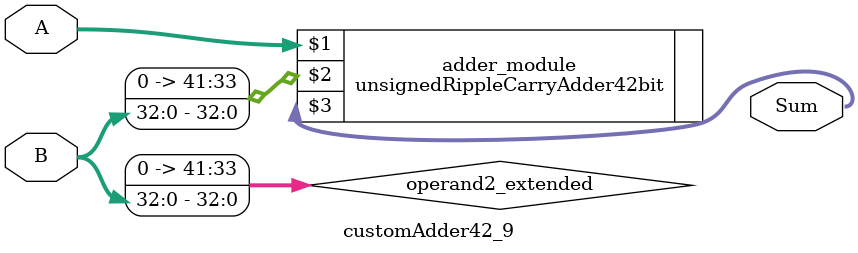
<source format=v>
module customAdder42_9(
                        input [41 : 0] A,
                        input [32 : 0] B,
                        
                        output [42 : 0] Sum
                );

        wire [41 : 0] operand2_extended;
        
        assign operand2_extended =  {9'b0, B};
        
        unsignedRippleCarryAdder42bit adder_module(
            A,
            operand2_extended,
            Sum
        );
        
        endmodule
        
</source>
